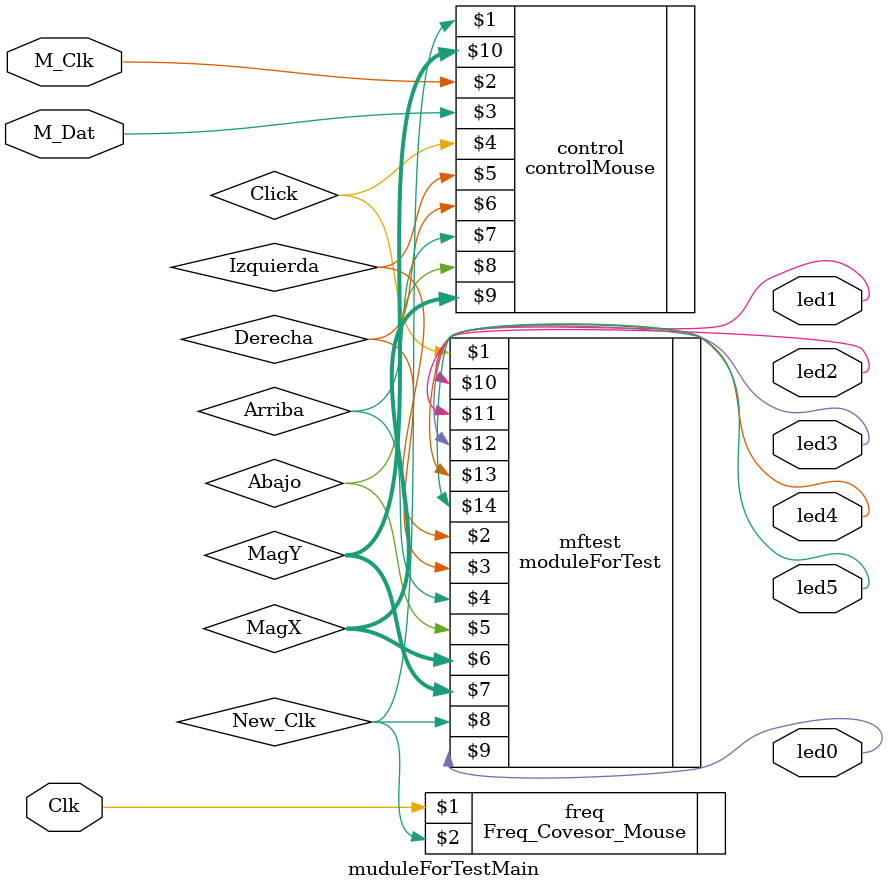
<source format=v>
`timescale 1ns / 1ps
module muduleForTestMain(
    input M_Clk,
    inout M_Dat,
	 input Clk,
	 output wire led0,//Izquierda
	 output wire led1,//Derecha
	 output wire led2,//Arriba
	 output wire led3,//Abajo
	 output wire led4,//magVertical diferente 0 
	 output wire led5//maghorizontal diferente 0 
    );
//internal var
wire New_Clk, Click, Izquierda, Derecha, Arriba, Abajo; 
wire [7:0] MagX, MagY;
//code

Freq_Covesor_Mouse freq(Clk, New_Clk);
controlMouse control(New_Clk, M_Clk, M_Dat, Click, Izquierda, Derecha, Arriba, Abajo, MagX, MagY);
moduleForTest mftest(Click, Izquierda, Derecha, Arriba, Abajo, MagX, MagY, New_Clk, led0, led1, led2, led3, led4, led5);

endmodule

</source>
